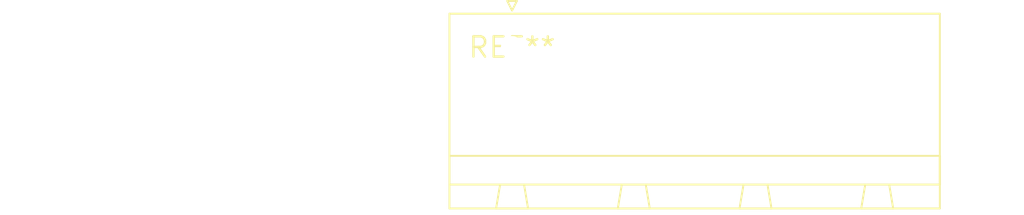
<source format=kicad_pcb>
(kicad_pcb (version 20240108) (generator pcbnew)
  (layers (0 "F.Cu" signal) (31 "B.Cu" signal) (34 "B.Paste" user) (35 "F.Paste" user) (36 "B.SilkS" user "B.Silkscreen") (37 "F.SilkS" user "F.Silkscreen") (38 "B.Mask" user) (39 "F.Mask" user) (44 "Edge.Cuts" user))
  (net 0 "")
  (footprint "PhoenixContact_GMSTBA_2,5_4-G-7,62_1x04_P7.62mm_Horizontal" (layer "F.Cu") (at 0 0)
    (property "Reference" "REF**")
    (property "Value" "PhoenixContact_GMSTBA_2,5_4-G-7,62_1x04_P7.62mm_Horizontal")
    (fp_line (start -3.92 -2.11) (end -3.92 10.11) (layer "F.SilkS") (stroke (width 0.12)))
    (fp_line (start -3.92 6.81) (end 26.78 6.81) (layer "F.SilkS") (stroke (width 0.12)))
    (fp_line (start -3.92 8.61) (end -3.92 6.81) (layer "F.SilkS") (stroke (width 0.12)))
    (fp_line (start -3.92 10.11) (end 26.78 10.11) (layer "F.SilkS") (stroke (width 0.12)))
    (fp_line (start -1 10.11) (end 1 10.11) (layer "F.SilkS") (stroke (width 0.12)))
    (fp_line (start -0.75 8.61) (end -1 10.11) (layer "F.SilkS") (stroke (width 0.12)))
    (fp_line (start -0.3 -2.91) (end 0.3 -2.91) (layer "F.SilkS") (stroke (width 0.12)))
    (fp_line (start 0 -2.31) (end -0.3 -2.91) (layer "F.SilkS") (stroke (width 0.12)))
    (fp_line (start 0.3 -2.91) (end 0 -2.31) (layer "F.SilkS") (stroke (width 0.12)))
    (fp_line (start 0.75 8.61) (end -0.75 8.61) (layer "F.SilkS") (stroke (width 0.12)))
    (fp_line (start 1 10.11) (end 0.75 8.61) (layer "F.SilkS") (stroke (width 0.12)))
    (fp_line (start 6.62 10.11) (end 8.62 10.11) (layer "F.SilkS") (stroke (width 0.12)))
    (fp_line (start 6.87 8.61) (end 6.62 10.11) (layer "F.SilkS") (stroke (width 0.12)))
    (fp_line (start 8.37 8.61) (end 6.87 8.61) (layer "F.SilkS") (stroke (width 0.12)))
    (fp_line (start 8.62 10.11) (end 8.37 8.61) (layer "F.SilkS") (stroke (width 0.12)))
    (fp_line (start 14.24 10.11) (end 16.24 10.11) (layer "F.SilkS") (stroke (width 0.12)))
    (fp_line (start 14.49 8.61) (end 14.24 10.11) (layer "F.SilkS") (stroke (width 0.12)))
    (fp_line (start 15.99 8.61) (end 14.49 8.61) (layer "F.SilkS") (stroke (width 0.12)))
    (fp_line (start 16.24 10.11) (end 15.99 8.61) (layer "F.SilkS") (stroke (width 0.12)))
    (fp_line (start 21.86 10.11) (end 23.86 10.11) (layer "F.SilkS") (stroke (width 0.12)))
    (fp_line (start 22.11 8.61) (end 21.86 10.11) (layer "F.SilkS") (stroke (width 0.12)))
    (fp_line (start 23.61 8.61) (end 22.11 8.61) (layer "F.SilkS") (stroke (width 0.12)))
    (fp_line (start 23.86 10.11) (end 23.61 8.61) (layer "F.SilkS") (stroke (width 0.12)))
    (fp_line (start 26.78 -2.11) (end -3.92 -2.11) (layer "F.SilkS") (stroke (width 0.12)))
    (fp_line (start 26.78 6.81) (end 26.78 8.61) (layer "F.SilkS") (stroke (width 0.12)))
    (fp_line (start 26.78 8.61) (end -3.92 8.61) (layer "F.SilkS") (stroke (width 0.12)))
    (fp_line (start 26.78 10.11) (end 26.78 -2.11) (layer "F.SilkS") (stroke (width 0.12)))
    (pad "1" thru_hole roundrect (at 0 0) (size 2.1 3.6) (drill 1.4) (layers *.Cu *.Mask) (remove_unused_layers) (roundrect_rratio 0.119048))
    (pad "2" thru_hole oval (at 7.62 0) (size 2.1 3.6) (drill 1.4) (layers *.Cu *.Mask) (remove_unused_layers))
    (pad "3" thru_hole oval (at 15.24 0) (size 2.1 3.6) (drill 1.4) (layers *.Cu *.Mask) (remove_unused_layers))
    (pad "4" thru_hole oval (at 22.86 0) (size 2.1 3.6) (drill 1.4) (layers *.Cu *.Mask) (remove_unused_layers))
  )
)
</source>
